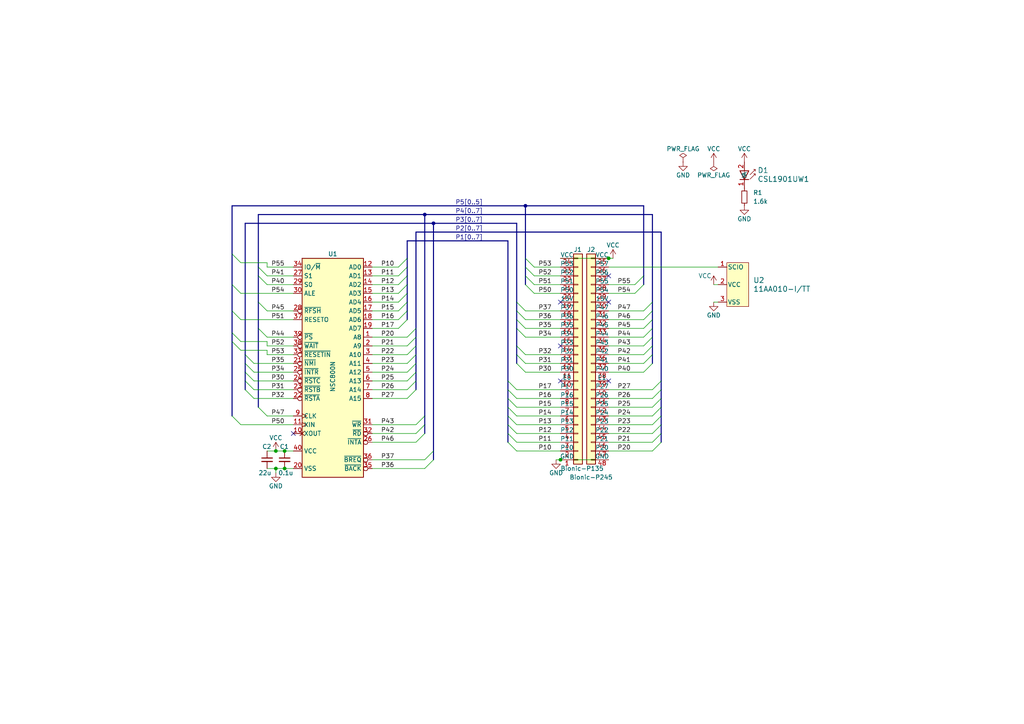
<source format=kicad_sch>
(kicad_sch (version 20231120) (generator "eeschema") (generator_version "8.0")
  (paper "A4")
  (title_block (title "BionicNSC800") (date "2024-11-02") (rev "3") (company "Tadashi G. Takaoka"))
  (lib_symbols
    (symbol "0-LocalLibrary:11AA010-I_TT" (pin_names (offset 0.254))
      (property "Reference" "U" (at 2.54 1.27 0))
      (property "Value" "11AA010-I/TT" (at 3.81 -13.97 0))
      (symbol "11AA010-I_TT_1_1"
        (rectangle (start 0 0) (end 6.35 -12.7) (fill (type background)))
        (pin bidirectional line (at -2.54 -1.27 0) (length 2.54) (name "SCIO") (number "1"))
        (pin power_in line (at -2.54 -6.35 0) (length 2.54) (name "VCC") (number "2"))
        (pin power_in line (at -2.54 -11.43 0) (length 2.54) (name "VSS") (number "3"))
      )
    )
    (symbol "0-LocalLibrary:Bionic-P135" (pin_names (offset 0))
      (property "Reference" "J" (at 0 30.48 0))
      (property "Value" "Bionic-P135" (at -1.27 -33.02 0))
      (symbol "Bionic-P135_1_1"
        (rectangle (start 0 -30.353) (end -1.27 -30.607) (stroke (width 0.1524)))
        (rectangle (start 0 -27.813) (end -1.27 -28.067) (stroke (width 0.1524)))
        (rectangle (start 0 -25.273) (end -1.27 -25.527) (stroke (width 0.1524)))
        (rectangle (start 0 -22.733) (end -1.27 -22.987) (stroke (width 0.1524)))
        (rectangle (start 0 -20.193) (end -1.27 -20.447) (stroke (width 0.1524)))
        (rectangle (start 0 -17.653) (end -1.27 -17.907) (stroke (width 0.1524)))
        (rectangle (start 0 -15.113) (end -1.27 -15.367) (stroke (width 0.1524)))
        (rectangle (start 0 -12.573) (end -1.27 -12.827) (stroke (width 0.1524)))
        (rectangle (start 0 -10.033) (end -1.27 -10.287) (stroke (width 0.1524)))
        (rectangle (start 0 -7.493) (end -1.27 -7.747) (stroke (width 0.1524)))
        (rectangle (start 0 -4.953) (end -1.27 -5.207) (stroke (width 0.1524)))
        (rectangle (start 0 -2.413) (end -1.27 -2.667) (stroke (width 0.1524)))
        (rectangle (start 0 0.127) (end -1.27 -0.127) (stroke (width 0.1524)))
        (rectangle (start 0 2.667) (end -1.27 2.413) (stroke (width 0.1524)))
        (rectangle (start 0 5.207) (end -1.27 4.953) (stroke (width 0.1524)))
        (rectangle (start 0 7.747) (end -1.27 7.493) (stroke (width 0.1524)))
        (rectangle (start 0 10.287) (end -1.27 10.033) (stroke (width 0.1524)))
        (rectangle (start 0 12.827) (end -1.27 12.573) (stroke (width 0.1524)))
        (rectangle (start 0 15.367) (end -1.27 15.113) (stroke (width 0.1524)))
        (rectangle (start 0 17.907) (end -1.27 17.653) (stroke (width 0.1524)))
        (rectangle (start 0 20.447) (end -1.27 20.193) (stroke (width 0.1524)))
        (rectangle (start 0 22.987) (end -1.27 22.733) (stroke (width 0.1524)))
        (rectangle (start 0 25.527) (end -1.27 25.273) (stroke (width 0.1524)))
        (rectangle (start 0 28.067) (end -1.27 27.813) (stroke (width 0.1524)))
        (rectangle (start 1.27 29.21) (end -1.27 -31.75) (stroke (width 0.254)) (fill (type background)))
        (pin power_in line (at -5.08 -30.48 0) (length 3.81) (name "GND") (number "1"))
        (pin bidirectional line (at -5.08 -7.62 0) (length 3.81) (name "E0") (number "10"))
        (pin bidirectional line (at -5.08 -5.08 0) (length 3.81) (name "P30") (number "11"))
        (pin bidirectional line (at -5.08 -2.54 0) (length 3.81) (name "P31") (number "12"))
        (pin bidirectional line (at -5.08 0 0) (length 3.81) (name "P32") (number "13"))
        (pin bidirectional line (at -5.08 2.54 0) (length 3.81) (name "P33") (number "14"))
        (pin bidirectional line (at -5.08 5.08 0) (length 3.81) (name "P34") (number "15"))
        (pin bidirectional line (at -5.08 7.62 0) (length 3.81) (name "P35") (number "16"))
        (pin bidirectional line (at -5.08 10.16 0) (length 3.81) (name "P36") (number "17"))
        (pin bidirectional line (at -5.08 12.7 0) (length 3.81) (name "P37") (number "18"))
        (pin power_in line (at -5.08 15.24 0) (length 3.81) (name "15V") (number "19"))
        (pin bidirectional line (at -5.08 -27.94 0) (length 3.81) (name "P10") (number "2"))
        (pin bidirectional line (at -5.08 17.78 0) (length 3.81) (name "P50") (number "20"))
        (pin bidirectional line (at -5.08 20.32 0) (length 3.81) (name "P51") (number "21"))
        (pin bidirectional line (at -5.08 22.86 0) (length 3.81) (name "P52") (number "22"))
        (pin bidirectional line (at -5.08 25.4 0) (length 3.81) (name "P53") (number "23"))
        (pin power_in line (at -5.08 27.94 0) (length 3.81) (name "VCC") (number "24"))
        (pin bidirectional line (at -5.08 -25.4 0) (length 3.81) (name "P11") (number "3"))
        (pin bidirectional line (at -5.08 -22.86 0) (length 3.81) (name "P12") (number "4"))
        (pin bidirectional line (at -5.08 -20.32 0) (length 3.81) (name "P13") (number "5"))
        (pin bidirectional line (at -5.08 -17.78 0) (length 3.81) (name "P14") (number "6"))
        (pin bidirectional line (at -5.08 -15.24 0) (length 3.81) (name "P15") (number "7"))
        (pin bidirectional line (at -5.08 -12.7 0) (length 3.81) (name "P16") (number "8"))
        (pin bidirectional line (at -5.08 -10.16 0) (length 3.81) (name "P17") (number "9"))
      )
    )
    (symbol "0-LocalLibrary:Bionic-P245" (pin_names (offset 0))
      (property "Reference" "J" (at -3.81 30.48 0))
      (property "Value" "Bionic-P245" (at -1.27 -33.02 0))
      (symbol "Bionic-P245_1_1"
        (rectangle (start -2.54 -30.607) (end -3.81 -30.353) (stroke (width 0.1524)))
        (rectangle (start -2.54 -28.067) (end -3.81 -27.813) (stroke (width 0.1524)))
        (rectangle (start -2.54 -25.527) (end -3.81 -25.273) (stroke (width 0.1524)))
        (rectangle (start -2.54 -22.987) (end -3.81 -22.733) (stroke (width 0.1524)))
        (rectangle (start -2.54 -20.447) (end -3.81 -20.193) (stroke (width 0.1524)))
        (rectangle (start -2.54 -17.907) (end -3.81 -17.653) (stroke (width 0.1524)))
        (rectangle (start -2.54 -15.367) (end -3.81 -15.113) (stroke (width 0.1524)))
        (rectangle (start -2.54 -12.827) (end -3.81 -12.573) (stroke (width 0.1524)))
        (rectangle (start -2.54 -10.287) (end -3.81 -10.033) (stroke (width 0.1524)))
        (rectangle (start -2.54 -7.747) (end -3.81 -7.493) (stroke (width 0.1524)))
        (rectangle (start -2.54 -5.207) (end -3.81 -4.953) (stroke (width 0.1524)))
        (rectangle (start -2.54 -2.667) (end -3.81 -2.413) (stroke (width 0.1524)))
        (rectangle (start -2.54 -0.127) (end -3.81 0.127) (stroke (width 0.1524)))
        (rectangle (start -2.54 2.413) (end -3.81 2.667) (stroke (width 0.1524)))
        (rectangle (start -2.54 4.953) (end -3.81 5.207) (stroke (width 0.1524)))
        (rectangle (start -2.54 7.493) (end -3.81 7.747) (stroke (width 0.1524)))
        (rectangle (start -2.54 10.033) (end -3.81 10.287) (stroke (width 0.1524)))
        (rectangle (start -2.54 12.573) (end -3.81 12.827) (stroke (width 0.1524)))
        (rectangle (start -2.54 15.113) (end -3.81 15.367) (stroke (width 0.1524)))
        (rectangle (start -2.54 17.653) (end -3.81 17.907) (stroke (width 0.1524)))
        (rectangle (start -2.54 20.193) (end -3.81 20.447) (stroke (width 0.1524)))
        (rectangle (start -2.54 22.733) (end -3.81 22.987) (stroke (width 0.1524)))
        (rectangle (start -2.54 25.273) (end -3.81 25.527) (stroke (width 0.1524)))
        (rectangle (start -2.54 27.813) (end -3.81 28.067) (stroke (width 0.1524)))
        (rectangle (start -2.54 29.21) (end -5.08 -31.75) (stroke (width 0.254)) (fill (type background)))
        (pin power_in line (at 1.27 27.94 180) (length 3.81) (name "VCC") (number "25"))
        (pin bidirectional line (at 1.27 25.4 180) (length 3.81) (name "P57") (number "26"))
        (pin bidirectional line (at 1.27 22.86 180) (length 3.81) (name "P56") (number "27"))
        (pin bidirectional line (at 1.27 20.32 180) (length 3.81) (name "P55") (number "28"))
        (pin bidirectional line (at 1.27 17.78 180) (length 3.81) (name "P54") (number "29"))
        (pin power_in line (at 1.27 15.24 180) (length 3.81) (name "15V") (number "30"))
        (pin bidirectional line (at 1.27 12.7 180) (length 3.81) (name "P47") (number "31"))
        (pin bidirectional line (at 1.27 10.16 180) (length 3.81) (name "P46") (number "32"))
        (pin bidirectional line (at 1.27 7.62 180) (length 3.81) (name "P45") (number "33"))
        (pin bidirectional line (at 1.27 5.08 180) (length 3.81) (name "P44") (number "34"))
        (pin bidirectional line (at 1.27 2.54 180) (length 3.81) (name "P43") (number "35"))
        (pin bidirectional line (at 1.27 0 180) (length 3.81) (name "P42") (number "36"))
        (pin bidirectional line (at 1.27 -2.54 180) (length 3.81) (name "P41") (number "37"))
        (pin bidirectional line (at 1.27 -5.08 180) (length 3.81) (name "P40") (number "38"))
        (pin bidirectional line (at 1.27 -7.62 180) (length 3.81) (name "E1") (number "39"))
        (pin bidirectional line (at 1.27 -10.16 180) (length 3.81) (name "P27") (number "40"))
        (pin bidirectional line (at 1.27 -12.7 180) (length 3.81) (name "P26") (number "41"))
        (pin bidirectional line (at 1.27 -15.24 180) (length 3.81) (name "P25") (number "42"))
        (pin bidirectional line (at 1.27 -17.78 180) (length 3.81) (name "P24") (number "43"))
        (pin bidirectional line (at 1.27 -20.32 180) (length 3.81) (name "P23") (number "44"))
        (pin bidirectional line (at 1.27 -22.86 180) (length 3.81) (name "P22") (number "45"))
        (pin bidirectional line (at 1.27 -25.4 180) (length 3.81) (name "P21") (number "46"))
        (pin bidirectional line (at 1.27 -27.94 180) (length 3.81) (name "P20") (number "47"))
        (pin power_in line (at 1.27 -30.48 180) (length 3.81) (name "GND") (number "48"))
      )
    )
    (symbol "0-LocalLibrary:CSL1901UW1" (pin_names (offset 0.254))
      (property "Reference" "D" (at 3.81 -2.54 0))
      (property "Value" "CSL1901UW1" (at 3.81 -5.08 0))
      (symbol "CSL1901UW1_0_1"
        (polyline (pts (xy 2.159 3.175) (xy 2.667 3.175)))
        (polyline (pts (xy 2.54 0) (xy 5.08 0)))
        (polyline (pts (xy 5.08 1.27) (xy 5.08 -1.27)) (stroke (width 0.254)))
        (polyline (pts (xy 3.683 1.651) (xy 2.159 3.175) (xy 2.159 2.667)))
        (polyline (pts (xy 2.54 -1.27) (xy 5.08 0) (xy 2.54 1.27) (xy 2.54 -1.27)) (stroke (width 0.254)))
        (polyline (pts (xy 4.953 1.651) (xy 3.429 3.175) (xy 3.429 2.667) (xy 3.429 3.175) (xy 3.937 3.175)))
      )
      (symbol "CSL1901UW1_1_1"
        (pin passive line (at 7.62 0 180) (length 2.54) (name "K") (number "1"))
        (pin passive line (at 0 0 0) (length 2.54) (name "A") (number "2"))
      )
      (symbol "CSL1901UW1_1_2"
        (polyline (pts (xy -5.08 7.62) (xy -4.445 8.255)) (stroke (width 0.2032)))
        (polyline (pts (xy -5.08 8.255) (xy -5.08 7.62)) (stroke (width 0.2032)))
        (polyline (pts (xy -4.445 6.35) (xy -3.81 6.985)) (stroke (width 0.2032)))
        (polyline (pts (xy -4.445 8.255) (xy -5.08 8.255)) (stroke (width 0.2032)))
        (polyline (pts (xy -4.445 9.525) (xy -3.81 10.16)) (stroke (width 0.2032)))
        (polyline (pts (xy -4.445 10.16) (xy -4.445 9.525)) (stroke (width 0.2032)))
        (polyline (pts (xy -3.81 6.985) (xy -5.08 8.255)) (stroke (width 0.2032)))
        (polyline (pts (xy -3.81 8.255) (xy -3.175 8.89)) (stroke (width 0.2032)))
        (polyline (pts (xy -3.81 10.16) (xy -4.445 10.16)) (stroke (width 0.2032)))
        (polyline (pts (xy -3.175 5.08) (xy -4.445 6.35)) (stroke (width 0.2032)))
        (polyline (pts (xy -3.175 8.89) (xy -4.445 10.16)) (stroke (width 0.2032)))
        (polyline (pts (xy -2.54 6.985) (xy -3.81 8.255)) (stroke (width 0.2032)))
        (polyline (pts (xy -1.905 3.81) (xy 1.905 3.81)) (stroke (width 0.2032)))
        (polyline (pts (xy 0 2.54) (xy 0 3.4798)) (stroke (width 0.2032)))
        (polyline (pts (xy 0 3.175) (xy 0 3.81)) (stroke (width 0.2032)))
        (polyline (pts (xy 0 6.35) (xy -1.905 3.81)) (stroke (width 0.2032)))
        (polyline (pts (xy 0 6.35) (xy 0 7.62)) (stroke (width 0.2032)))
        (polyline (pts (xy 1.905 3.81) (xy 0 6.35)) (stroke (width 0.2032)))
        (polyline (pts (xy 1.905 6.35) (xy -1.905 6.35)) (stroke (width 0.2032)))
        (pin unspecified line (at 0 10.16 270) (length 2.54) (name "") (number "1"))
        (pin unspecified line (at 0 0 90) (length 2.54) (name "") (number "2"))
      )
    )
    (symbol "0-LocalLibrary:NSC800N"
      (property "Reference" "U" (at -1.27 31.75 0))
      (property "Value" "NSC800N" (at 0 -3.81 90))
      (symbol "NSC800N_0_1"
        (rectangle (start -8.89 -33.02) (end 8.89 30.48) (stroke (width 0.254)) (fill (type background)))
      )
      (symbol "NSC800N_1_1"
        (pin output line (at 11.43 7.62 180) (length 2.54) (name "A8") (number "1"))
        (pin input non_logic (at -11.43 -20.32 0) (length 2.54) (name "XOUT") (number "10"))
        (pin input clock (at -11.43 -17.78 0) (length 2.54) (name "XIN") (number "11"))
        (pin bidirectional line (at 11.43 27.94 180) (length 2.54) (name "AD0") (number "12"))
        (pin bidirectional line (at 11.43 25.4 180) (length 2.54) (name "AD1") (number "13"))
        (pin bidirectional line (at 11.43 22.86 180) (length 2.54) (name "AD2") (number "14"))
        (pin bidirectional line (at 11.43 20.32 180) (length 2.54) (name "AD3") (number "15"))
        (pin bidirectional line (at 11.43 17.78 180) (length 2.54) (name "AD4") (number "16"))
        (pin bidirectional line (at 11.43 15.24 180) (length 2.54) (name "AD5") (number "17"))
        (pin bidirectional line (at 11.43 12.7 180) (length 2.54) (name "AD6") (number "18"))
        (pin bidirectional line (at 11.43 10.16 180) (length 2.54) (name "AD7") (number "19"))
        (pin output line (at 11.43 5.08 180) (length 2.54) (name "A9") (number "2"))
        (pin power_in line (at -11.43 -30.48 0) (length 2.54) (name "VSS") (number "20"))
        (pin input inverted (at -11.43 0 0) (length 2.54) (name "~{NMI}") (number "21"))
        (pin input inverted (at -11.43 -10.16 0) (length 2.54) (name "~{RSTA}") (number "22"))
        (pin input inverted (at -11.43 -7.62 0) (length 2.54) (name "~{RSTB}") (number "23"))
        (pin input inverted (at -11.43 -5.08 0) (length 2.54) (name "~{RSTC}") (number "24"))
        (pin input inverted (at -11.43 -2.54 0) (length 2.54) (name "~{INTR}") (number "25"))
        (pin output inverted (at 11.43 -22.86 180) (length 2.54) (name "~{INTA}") (number "26"))
        (pin output line (at -11.43 25.4 0) (length 2.54) (name "S1") (number "27"))
        (pin output inverted (at -11.43 15.24 0) (length 2.54) (name "~{RFSH}") (number "28"))
        (pin output line (at -11.43 22.86 0) (length 2.54) (name "S0") (number "29"))
        (pin output line (at 11.43 2.54 180) (length 2.54) (name "A10") (number "3"))
        (pin output line (at -11.43 20.32 0) (length 2.54) (name "ALE") (number "30"))
        (pin output line (at 11.43 -17.78 180) (length 2.54) (name "~{WR}") (number "31"))
        (pin output inverted (at 11.43 -20.32 180) (length 2.54) (name "~{RD}") (number "32"))
        (pin input inverted (at -11.43 2.54 0) (length 2.54) (name "~{RESETIN}") (number "33"))
        (pin output line (at -11.43 27.94 0) (length 2.54) (name "IO/~{M}") (number "34"))
        (pin output inverted (at 11.43 -30.48 180) (length 2.54) (name "~{BACK}") (number "35"))
        (pin input inverted (at 11.43 -27.94 180) (length 2.54) (name "~{BREQ}") (number "36"))
        (pin output line (at -11.43 12.7 0) (length 2.54) (name "RESETO") (number "37"))
        (pin input inverted (at -11.43 5.08 0) (length 2.54) (name "~{WAIT}") (number "38"))
        (pin input inverted (at -11.43 7.62 0) (length 2.54) (name "~{PS}") (number "39"))
        (pin output line (at 11.43 0 180) (length 2.54) (name "A11") (number "4"))
        (pin power_in line (at -11.43 -25.4 0) (length 2.54) (name "VCC") (number "40"))
        (pin output line (at 11.43 -2.54 180) (length 2.54) (name "A12") (number "5"))
        (pin output line (at 11.43 -5.08 180) (length 2.54) (name "A13") (number "6"))
        (pin output line (at 11.43 -7.62 180) (length 2.54) (name "A14") (number "7"))
        (pin output line (at 11.43 -10.16 180) (length 2.54) (name "A15") (number "8"))
        (pin output clock (at -11.43 -15.24 0) (length 2.54) (name "CLK") (number "9"))
      )
    )
    (symbol "Device:C_Small" (pin_numbers hide) (pin_names (offset 0.254) hide)
      (property "Reference" "C" (at 0.254 1.778 0))
      (property "Value" "C_Small" (at 0.254 -2.032 0))
      (symbol "C_Small_0_1"
        (polyline (pts (xy -1.524 -0.508) (xy 1.524 -0.508)) (stroke (width 0.3302)))
        (polyline (pts (xy -1.524 0.508) (xy 1.524 0.508)) (stroke (width 0.3048)))
      )
      (symbol "C_Small_1_1"
        (pin passive line (at 0 2.54 270) (length 2.032) (name "~") (number "1"))
        (pin passive line (at 0 -2.54 90) (length 2.032) (name "~") (number "2"))
      )
    )
    (symbol "Device:R_Small" (pin_numbers hide) (pin_names (offset 0.254) hide)
      (property "Reference" "R" (at 0.762 0.508 0))
      (property "Value" "R_Small" (at 0.762 -1.016 0))
      (symbol "R_Small_0_1"
        (rectangle (start -0.762 1.778) (end 0.762 -1.778) (stroke (width 0.2032)))
      )
      (symbol "R_Small_1_1"
        (pin passive line (at 0 2.54 270) (length 0.762) (name "~") (number "1"))
        (pin passive line (at 0 -2.54 90) (length 0.762) (name "~") (number "2"))
      )
    )
    (symbol "power:GND" (power) (pin_names (offset 0))
      (property "Value" "GND" (at 0 -3.81 0))
      (symbol "GND_0_1"
        (polyline (pts (xy 0 0) (xy 0 -1.27) (xy 1.27 -1.27) (xy 0 -2.54) (xy -1.27 -1.27) (xy 0 -1.27)))
      )
      (symbol "GND_1_1"
        (pin power_in line (at 0 0 270) (length 0) hide (name "GND") (number "1"))
      )
    )
    (symbol "power:PWR_FLAG" (power) (pin_numbers hide) (pin_names (offset 0) hide)
      (property "Value" "PWR_FLAG" (at 0 3.81 0))
      (symbol "PWR_FLAG_0_0"
        (pin power_out line (at 0 0 90) (length 0) (name "pwr") (number "1"))
      )
      (symbol "PWR_FLAG_0_1"
        (polyline (pts (xy 0 0) (xy 0 1.27) (xy -1.016 1.905) (xy 0 2.54) (xy 1.016 1.905) (xy 0 1.27)))
      )
    )
    (symbol "power:VCC" (power) (pin_names (offset 0))
      (property "Value" "VCC" (at 0 3.81 0))
      (symbol "VCC_0_1"
        (polyline (pts (xy -0.762 1.27) (xy 0 2.54)))
        (polyline (pts (xy 0 0) (xy 0 2.54)))
        (polyline (pts (xy 0 2.54) (xy 0.762 1.27)))
      )
      (symbol "VCC_1_1"
        (pin power_in line (at 0 0 90) (length 0) hide (name "VCC") (number "1"))
      )
    )
  )
  (junction (at 80.01 130.81))
  (junction (at 125.73 64.77))
  (junction (at 82.55 130.81))
  (junction (at 152.4 59.69))
  (junction (at 123.19 62.23))
  (junction (at 176.53 74.93))
  (junction (at 80.01 135.89))
  (junction (at 82.55 135.89))
  (junction (at 162.56 133.35))
  (no_connect (at 176.53 87.63))
  (no_connect (at 162.56 110.49))
  (no_connect (at 162.56 87.63))
  (no_connect (at 176.53 80.01))
  (no_connect (at 176.53 110.49))
  (no_connect (at 162.56 100.33))
  (no_connect (at 85.09 125.73))
  (bus_entry (at 189.23 92.71) (size -2.54 2.54))
  (bus_entry (at 118.11 77.47) (size -2.54 2.54))
  (bus_entry (at 191.77 128.27) (size -2.54 2.54))
  (bus_entry (at 189.23 102.87) (size -2.54 2.54))
  (bus_entry (at 67.31 96.52) (size 2.54 2.54))
  (bus_entry (at 147.32 113.03) (size 2.54 2.54))
  (bus_entry (at 189.23 105.41) (size -2.54 2.54))
  (bus_entry (at 71.12 113.03) (size 2.54 2.54))
  (bus_entry (at 191.77 125.73) (size -2.54 2.54))
  (bus_entry (at 189.23 97.79) (size -2.54 2.54))
  (bus_entry (at 120.65 102.87) (size -2.54 2.54))
  (bus_entry (at 120.65 95.25) (size -2.54 2.54))
  (bus_entry (at 74.93 87.63) (size 2.54 2.54))
  (bus_entry (at 152.4 82.55) (size 2.54 2.54))
  (bus_entry (at 189.23 95.25) (size -2.54 2.54))
  (bus_entry (at 149.86 95.25) (size 2.54 2.54))
  (bus_entry (at 152.4 77.47) (size 2.54 2.54))
  (bus_entry (at 125.73 133.35) (size -2.54 2.54))
  (bus_entry (at 186.69 82.55) (size -2.54 2.54))
  (bus_entry (at 67.31 120.65) (size 2.54 2.54))
  (bus_entry (at 118.11 92.71) (size -2.54 2.54))
  (bus_entry (at 147.32 123.19) (size 2.54 2.54))
  (bus_entry (at 191.77 113.03) (size -2.54 2.54))
  (bus_entry (at 120.65 113.03) (size -2.54 2.54))
  (bus_entry (at 147.32 115.57) (size 2.54 2.54))
  (bus_entry (at 125.73 130.81) (size -2.54 2.54))
  (bus_entry (at 71.12 102.87) (size 2.54 2.54))
  (bus_entry (at 123.19 125.73) (size -2.54 2.54))
  (bus_entry (at 74.93 80.01) (size 2.54 2.54))
  (bus_entry (at 189.23 90.17) (size -2.54 2.54))
  (bus_entry (at 67.31 73.66) (size 2.54 2.54))
  (bus_entry (at 118.11 85.09) (size -2.54 2.54))
  (bus_entry (at 149.86 90.17) (size 2.54 2.54))
  (bus_entry (at 118.11 80.01) (size -2.54 2.54))
  (bus_entry (at 191.77 115.57) (size -2.54 2.54))
  (bus_entry (at 147.32 125.73) (size 2.54 2.54))
  (bus_entry (at 123.19 123.19) (size -2.54 2.54))
  (bus_entry (at 186.69 80.01) (size -2.54 2.54))
  (bus_entry (at 120.65 100.33) (size -2.54 2.54))
  (bus_entry (at 149.86 92.71) (size 2.54 2.54))
  (bus_entry (at 147.32 118.11) (size 2.54 2.54))
  (bus_entry (at 67.31 99.06) (size 2.54 2.54))
  (bus_entry (at 189.23 100.33) (size -2.54 2.54))
  (bus_entry (at 191.77 123.19) (size -2.54 2.54))
  (bus_entry (at 189.23 87.63) (size -2.54 2.54))
  (bus_entry (at 71.12 110.49) (size 2.54 2.54))
  (bus_entry (at 149.86 100.33) (size 2.54 2.54))
  (bus_entry (at 152.4 80.01) (size 2.54 2.54))
  (bus_entry (at 118.11 82.55) (size -2.54 2.54))
  (bus_entry (at 67.31 90.17) (size 2.54 2.54))
  (bus_entry (at 149.86 102.87) (size 2.54 2.54))
  (bus_entry (at 120.65 107.95) (size -2.54 2.54))
  (bus_entry (at 74.93 118.11) (size 2.54 2.54))
  (bus_entry (at 191.77 118.11) (size -2.54 2.54))
  (bus_entry (at 120.65 110.49) (size -2.54 2.54))
  (bus_entry (at 71.12 107.95) (size 2.54 2.54))
  (bus_entry (at 147.32 110.49) (size 2.54 2.54))
  (bus_entry (at 74.93 95.25) (size 2.54 2.54))
  (bus_entry (at 71.12 105.41) (size 2.54 2.54))
  (bus_entry (at 67.31 82.55) (size 2.54 2.54))
  (bus_entry (at 147.32 128.27) (size 2.54 2.54))
  (bus_entry (at 120.65 97.79) (size -2.54 2.54))
  (bus_entry (at 191.77 120.65) (size -2.54 2.54))
  (bus_entry (at 118.11 90.17) (size -2.54 2.54))
  (bus_entry (at 152.4 74.93) (size 2.54 2.54))
  (bus_entry (at 147.32 120.65) (size 2.54 2.54))
  (bus_entry (at 120.65 105.41) (size -2.54 2.54))
  (bus_entry (at 118.11 87.63) (size -2.54 2.54))
  (bus_entry (at 118.11 74.93) (size -2.54 2.54))
  (bus_entry (at 74.93 77.47) (size 2.54 2.54))
  (bus_entry (at 149.86 87.63) (size 2.54 2.54))
  (bus_entry (at 149.86 105.41) (size 2.54 2.54))
  (bus_entry (at 191.77 110.49) (size -2.54 2.54))
  (bus_entry (at 123.19 120.65) (size -2.54 2.54))
  (bus (pts (xy 189.23 105.41) (xy 189.23 102.87)))
  (bus (pts (xy 147.32 113.03) (xy 147.32 115.57)))
  (bus (pts (xy 118.11 69.85) (xy 147.32 69.85)))
  (wire (pts (xy 77.47 82.55) (xy 85.09 82.55)))
  (bus (pts (xy 147.32 120.65) (xy 147.32 123.19)))
  (wire (pts (xy 149.86 123.19) (xy 162.56 123.19)))
  (wire (pts (xy 176.53 105.41) (xy 186.69 105.41)))
  (wire (pts (xy 107.95 135.89) (xy 123.19 135.89)))
  (wire (pts (xy 149.86 130.81) (xy 162.56 130.81)))
  (bus (pts (xy 67.31 120.65) (xy 67.31 99.06)))
  (wire (pts (xy 77.47 100.33) (xy 85.09 100.33)))
  (bus (pts (xy 149.86 87.63) (xy 149.86 64.77)))
  (bus (pts (xy 120.65 102.87) (xy 120.65 100.33)))
  (bus (pts (xy 74.93 77.47) (xy 74.93 62.23)))
  (bus (pts (xy 147.32 115.57) (xy 147.32 118.11)))
  (bus (pts (xy 67.31 59.69) (xy 152.4 59.69)))
  (bus (pts (xy 118.11 77.47) (xy 118.11 74.93)))
  (bus (pts (xy 152.4 59.69) (xy 152.4 74.93)))
  (wire (pts (xy 207.01 82.55) (xy 208.28 82.55)))
  (wire (pts (xy 176.53 123.19) (xy 189.23 123.19)))
  (wire (pts (xy 152.4 102.87) (xy 162.56 102.87)))
  (wire (pts (xy 107.95 110.49) (xy 118.11 110.49)))
  (wire (pts (xy 152.4 95.25) (xy 162.56 95.25)))
  (bus (pts (xy 147.32 125.73) (xy 147.32 128.27)))
  (bus (pts (xy 120.65 95.25) (xy 120.65 67.31)))
  (bus (pts (xy 71.12 64.77) (xy 125.73 64.77)))
  (wire (pts (xy 176.53 115.57) (xy 189.23 115.57)))
  (bus (pts (xy 74.93 95.25) (xy 74.93 87.63)))
  (wire (pts (xy 80.01 135.89) (xy 80.01 137.16)))
  (wire (pts (xy 107.95 115.57) (xy 118.11 115.57)))
  (bus (pts (xy 67.31 73.66) (xy 67.31 59.69)))
  (wire (pts (xy 176.53 130.81) (xy 189.23 130.81)))
  (wire (pts (xy 77.47 77.47) (xy 77.47 76.2)))
  (wire (pts (xy 77.47 80.01) (xy 85.09 80.01)))
  (bus (pts (xy 67.31 90.17) (xy 67.31 82.55)))
  (bus (pts (xy 147.32 118.11) (xy 147.32 120.65)))
  (bus (pts (xy 74.93 62.23) (xy 123.19 62.23)))
  (bus (pts (xy 189.23 92.71) (xy 189.23 90.17)))
  (wire (pts (xy 149.86 120.65) (xy 162.56 120.65)))
  (bus (pts (xy 120.65 100.33) (xy 120.65 97.79)))
  (bus (pts (xy 125.73 130.81) (xy 125.73 133.35)))
  (wire (pts (xy 107.95 102.87) (xy 118.11 102.87)))
  (wire (pts (xy 176.53 82.55) (xy 184.15 82.55)))
  (wire (pts (xy 73.66 105.41) (xy 85.09 105.41)))
  (wire (pts (xy 107.95 80.01) (xy 115.57 80.01)))
  (bus (pts (xy 123.19 120.65) (xy 123.19 123.19)))
  (wire (pts (xy 149.86 113.03) (xy 162.56 113.03)))
  (wire (pts (xy 176.53 85.09) (xy 184.15 85.09)))
  (bus (pts (xy 120.65 110.49) (xy 120.65 107.95)))
  (wire (pts (xy 107.95 90.17) (xy 115.57 90.17)))
  (wire (pts (xy 162.56 74.93) (xy 176.53 74.93)))
  (wire (pts (xy 107.95 125.73) (xy 120.65 125.73)))
  (wire (pts (xy 69.85 101.6) (xy 77.47 101.6)))
  (wire (pts (xy 176.53 97.79) (xy 186.69 97.79)))
  (wire (pts (xy 107.95 95.25) (xy 115.57 95.25)))
  (bus (pts (xy 118.11 80.01) (xy 118.11 77.47)))
  (wire (pts (xy 77.47 97.79) (xy 85.09 97.79)))
  (wire (pts (xy 85.09 77.47) (xy 77.47 77.47)))
  (wire (pts (xy 73.66 110.49) (xy 85.09 110.49)))
  (wire (pts (xy 176.53 128.27) (xy 189.23 128.27)))
  (wire (pts (xy 107.95 82.55) (xy 115.57 82.55)))
  (bus (pts (xy 191.77 118.11) (xy 191.77 120.65)))
  (wire (pts (xy 107.95 105.41) (xy 118.11 105.41)))
  (bus (pts (xy 71.12 107.95) (xy 71.12 105.41)))
  (wire (pts (xy 176.53 125.73) (xy 189.23 125.73)))
  (wire (pts (xy 176.53 118.11) (xy 189.23 118.11)))
  (wire (pts (xy 73.66 107.95) (xy 85.09 107.95)))
  (bus (pts (xy 189.23 62.23) (xy 123.19 62.23)))
  (bus (pts (xy 189.23 95.25) (xy 189.23 92.71)))
  (bus (pts (xy 74.93 80.01) (xy 74.93 77.47)))
  (wire (pts (xy 80.01 135.89) (xy 82.55 135.89)))
  (wire (pts (xy 107.95 85.09) (xy 115.57 85.09)))
  (bus (pts (xy 152.4 80.01) (xy 152.4 82.55)))
  (wire (pts (xy 107.95 133.35) (xy 123.19 133.35)))
  (wire (pts (xy 154.94 82.55) (xy 162.56 82.55)))
  (bus (pts (xy 74.93 87.63) (xy 74.93 80.01)))
  (wire (pts (xy 176.53 74.93) (xy 177.8 74.93)))
  (wire (pts (xy 176.53 120.65) (xy 189.23 120.65)))
  (bus (pts (xy 120.65 113.03) (xy 120.65 110.49)))
  (wire (pts (xy 176.53 77.47) (xy 208.28 77.47)))
  (bus (pts (xy 191.77 110.49) (xy 191.77 113.03)))
  (wire (pts (xy 82.55 135.89) (xy 85.09 135.89)))
  (bus (pts (xy 191.77 113.03) (xy 191.77 115.57)))
  (wire (pts (xy 176.53 100.33) (xy 186.69 100.33)))
  (wire (pts (xy 152.4 97.79) (xy 162.56 97.79)))
  (bus (pts (xy 118.11 74.93) (xy 118.11 69.85)))
  (wire (pts (xy 152.4 105.41) (xy 162.56 105.41)))
  (bus (pts (xy 189.23 87.63) (xy 189.23 62.23)))
  (bus (pts (xy 67.31 96.52) (xy 67.31 90.17)))
  (wire (pts (xy 149.86 125.73) (xy 162.56 125.73)))
  (wire (pts (xy 176.53 92.71) (xy 186.69 92.71)))
  (wire (pts (xy 107.95 100.33) (xy 118.11 100.33)))
  (wire (pts (xy 69.85 99.06) (xy 77.47 99.06)))
  (bus (pts (xy 147.32 110.49) (xy 147.32 113.03)))
  (wire (pts (xy 73.66 113.03) (xy 85.09 113.03)))
  (wire (pts (xy 149.86 128.27) (xy 162.56 128.27)))
  (bus (pts (xy 71.12 113.03) (xy 71.12 110.49)))
  (wire (pts (xy 80.01 130.81) (xy 82.55 130.81)))
  (wire (pts (xy 149.86 115.57) (xy 162.56 115.57)))
  (bus (pts (xy 118.11 82.55) (xy 118.11 80.01)))
  (wire (pts (xy 161.29 133.35) (xy 162.56 133.35)))
  (wire (pts (xy 176.53 90.17) (xy 186.69 90.17)))
  (bus (pts (xy 118.11 90.17) (xy 118.11 87.63)))
  (bus (pts (xy 186.69 59.69) (xy 152.4 59.69)))
  (bus (pts (xy 186.69 80.01) (xy 186.69 59.69)))
  (wire (pts (xy 107.95 123.19) (xy 120.65 123.19)))
  (wire (pts (xy 107.95 87.63) (xy 115.57 87.63)))
  (bus (pts (xy 152.4 77.47) (xy 152.4 80.01)))
  (bus (pts (xy 189.23 100.33) (xy 189.23 97.79)))
  (wire (pts (xy 207.01 87.63) (xy 208.28 87.63)))
  (bus (pts (xy 191.77 115.57) (xy 191.77 118.11)))
  (wire (pts (xy 152.4 92.71) (xy 162.56 92.71)))
  (bus (pts (xy 149.86 90.17) (xy 149.86 87.63)))
  (wire (pts (xy 154.94 85.09) (xy 162.56 85.09)))
  (bus (pts (xy 123.19 62.23) (xy 123.19 120.65)))
  (bus (pts (xy 125.73 64.77) (xy 125.73 130.81)))
  (wire (pts (xy 176.53 102.87) (xy 186.69 102.87)))
  (bus (pts (xy 186.69 82.55) (xy 186.69 80.01)))
  (wire (pts (xy 77.47 120.65) (xy 85.09 120.65)))
  (wire (pts (xy 77.47 135.89) (xy 80.01 135.89)))
  (wire (pts (xy 69.85 123.19) (xy 85.09 123.19)))
  (bus (pts (xy 191.77 125.73) (xy 191.77 128.27)))
  (bus (pts (xy 149.86 64.77) (xy 125.73 64.77)))
  (wire (pts (xy 176.53 107.95) (xy 186.69 107.95)))
  (bus (pts (xy 71.12 110.49) (xy 71.12 107.95)))
  (bus (pts (xy 189.23 97.79) (xy 189.23 95.25)))
  (bus (pts (xy 191.77 67.31) (xy 191.77 110.49)))
  (bus (pts (xy 147.32 69.85) (xy 147.32 110.49)))
  (bus (pts (xy 74.93 95.25) (xy 74.93 118.11)))
  (wire (pts (xy 107.95 97.79) (xy 118.11 97.79)))
  (wire (pts (xy 152.4 90.17) (xy 162.56 90.17)))
  (bus (pts (xy 120.65 97.79) (xy 120.65 95.25)))
  (wire (pts (xy 176.53 95.25) (xy 186.69 95.25)))
  (bus (pts (xy 191.77 123.19) (xy 191.77 125.73)))
  (wire (pts (xy 69.85 85.09) (xy 85.09 85.09)))
  (bus (pts (xy 123.19 123.19) (xy 123.19 125.73)))
  (bus (pts (xy 189.23 102.87) (xy 189.23 100.33)))
  (bus (pts (xy 189.23 90.17) (xy 189.23 87.63)))
  (bus (pts (xy 120.65 105.41) (xy 120.65 102.87)))
  (wire (pts (xy 107.95 113.03) (xy 118.11 113.03)))
  (bus (pts (xy 149.86 95.25) (xy 149.86 92.71)))
  (bus (pts (xy 149.86 105.41) (xy 149.86 102.87)))
  (wire (pts (xy 77.47 99.06) (xy 77.47 100.33)))
  (wire (pts (xy 149.86 118.11) (xy 162.56 118.11)))
  (wire (pts (xy 73.66 115.57) (xy 85.09 115.57)))
  (bus (pts (xy 118.11 87.63) (xy 118.11 85.09)))
  (bus (pts (xy 118.11 92.71) (xy 118.11 90.17)))
  (bus (pts (xy 149.86 100.33) (xy 149.86 95.25)))
  (wire (pts (xy 162.56 133.35) (xy 176.53 133.35)))
  (bus (pts (xy 118.11 85.09) (xy 118.11 82.55)))
  (wire (pts (xy 176.53 113.03) (xy 189.23 113.03)))
  (bus (pts (xy 71.12 105.41) (xy 71.12 102.87)))
  (wire (pts (xy 154.94 77.47) (xy 162.56 77.47)))
  (wire (pts (xy 107.95 92.71) (xy 115.57 92.71)))
  (wire (pts (xy 152.4 107.95) (xy 162.56 107.95)))
  (bus (pts (xy 147.32 123.19) (xy 147.32 125.73)))
  (wire (pts (xy 77.47 90.17) (xy 85.09 90.17)))
  (bus (pts (xy 149.86 92.71) (xy 149.86 90.17)))
  (bus (pts (xy 149.86 102.87) (xy 149.86 100.33)))
  (bus (pts (xy 152.4 74.93) (xy 152.4 77.47)))
  (bus (pts (xy 71.12 102.87) (xy 71.12 64.77)))
  (bus (pts (xy 191.77 120.65) (xy 191.77 123.19)))
  (wire (pts (xy 77.47 130.81) (xy 80.01 130.81)))
  (wire (pts (xy 154.94 80.01) (xy 162.56 80.01)))
  (wire (pts (xy 107.95 77.47) (xy 115.57 77.47)))
  (bus (pts (xy 67.31 99.06) (xy 67.31 96.52)))
  (wire (pts (xy 107.95 128.27) (xy 120.65 128.27)))
  (wire (pts (xy 77.47 101.6) (xy 77.47 102.87)))
  (wire (pts (xy 69.85 92.71) (xy 85.09 92.71)))
  (bus (pts (xy 120.65 107.95) (xy 120.65 105.41)))
  (wire (pts (xy 82.55 130.81) (xy 85.09 130.81)))
  (wire (pts (xy 77.47 102.87) (xy 85.09 102.87)))
  (wire (pts (xy 69.85 76.2) (xy 77.47 76.2)))
  (wire (pts (xy 107.95 107.95) (xy 118.11 107.95)))
  (bus (pts (xy 67.31 82.55) (xy 67.31 73.66)))
  (bus (pts (xy 120.65 67.31) (xy 191.77 67.31)))
  (label "P50" (at 160.02 85.09 180))
  (label "P23" (at 110.49 105.41 0))
  (label "P37" (at 110.49 133.35 0))
  (label "P52" (at 82.55 100.33 180))
  (label "P45" (at 82.55 90.17 180))
  (label "P10" (at 110.49 77.47 0))
  (label "P25" (at 110.49 110.49 0))
  (label "P41" (at 82.55 80.01 180))
  (label "P13" (at 160.02 123.19 180))
  (label "P4[0..7]" (at 132.08 62.23 0))
  (label "P43" (at 179.07 100.33 0))
  (label "P34" (at 160.02 97.79 180))
  (label "P50" (at 82.55 123.19 180))
  (label "P43" (at 110.49 123.19 0))
  (label "P55" (at 82.55 77.47 180))
  (label "P54" (at 82.55 85.09 180))
  (label "P2[0..7]" (at 132.08 67.31 0))
  (label "P34" (at 82.55 107.95 180))
  (label "P35" (at 160.02 95.25 180))
  (label "P42" (at 110.49 125.73 0))
  (label "P46" (at 179.07 92.71 0))
  (label "P26" (at 179.07 115.57 0))
  (label "P37" (at 160.02 90.17 180))
  (label "P30" (at 160.02 107.95 180))
  (label "P51" (at 160.02 82.55 180))
  (label "P52" (at 160.02 80.01 180))
  (label "P11" (at 160.02 128.27 180))
  (label "P1[0..7]" (at 132.08 69.85 0))
  (label "P41" (at 179.07 105.41 0))
  (label "P15" (at 160.02 118.11 180))
  (label "P53" (at 82.55 102.87 180))
  (label "P16" (at 110.49 92.71 0))
  (label "P53" (at 160.02 77.47 180))
  (label "P47" (at 82.55 120.65 180))
  (label "P27" (at 110.49 115.57 0))
  (label "P21" (at 179.07 128.27 0))
  (label "P47" (at 179.07 90.17 0))
  (label "P24" (at 179.07 120.65 0))
  (label "P55" (at 179.07 82.55 0))
  (label "P54" (at 179.07 85.09 0))
  (label "P32" (at 160.02 102.87 180))
  (label "P12" (at 160.02 125.73 180))
  (label "P10" (at 160.02 130.81 180))
  (label "P17" (at 110.49 95.25 0))
  (label "P21" (at 110.49 100.33 0))
  (label "P46" (at 110.49 128.27 0))
  (label "P17" (at 160.02 113.03 180))
  (label "P36" (at 160.02 92.71 180))
  (label "P30" (at 82.55 110.49 180))
  (label "P45" (at 179.07 95.25 0))
  (label "P31" (at 160.02 105.41 180))
  (label "P31" (at 82.55 113.03 180))
  (label "P14" (at 110.49 87.63 0))
  (label "P40" (at 82.55 82.55 180))
  (label "P15" (at 110.49 90.17 0))
  (label "P27" (at 179.07 113.03 0))
  (label "P24" (at 110.49 107.95 0))
  (label "P3[0..7]" (at 132.08 64.77 0))
  (label "P23" (at 179.07 123.19 0))
  (label "P20" (at 179.07 130.81 0))
  (label "P42" (at 179.07 102.87 0))
  (label "P22" (at 110.49 102.87 0))
  (label "P12" (at 110.49 82.55 0))
  (label "P14" (at 160.02 120.65 180))
  (label "P44" (at 179.07 97.79 0))
  (label "P13" (at 110.49 85.09 0))
  (label "P32" (at 82.55 115.57 180))
  (label "P11" (at 110.49 80.01 0))
  (label "P20" (at 110.49 97.79 0))
  (label "P25" (at 179.07 118.11 0))
  (label "P36" (at 110.49 135.89 0))
  (label "P44" (at 82.55 97.79 180))
  (label "P22" (at 179.07 125.73 0))
  (label "P40" (at 179.07 107.95 0))
  (label "P35" (at 82.55 105.41 180))
  (label "P16" (at 160.02 115.57 180))
  (label "P26" (at 110.49 113.03 0))
  (label "P51" (at 82.55 92.71 180))
  (label "P5[0..5]" (at 132.08 59.69 0))
  (symbol (lib_id "power:PWR_FLAG") (at 198.12 46.99 0) (unit 1)
    (property "Reference" "#FLG01" (effects (hide yes)))
    (property "Value" "PWR_FLAG" (at 198.12 43.18 0))
  )
  (symbol (lib_id "power:PWR_FLAG") (at 207.01 46.99 180) (unit 1)
    (property "Reference" "#FLG02" (effects (hide yes)))
    (property "Value" "PWR_FLAG" (at 207.01 50.8 0))
  )
  (symbol (lib_id "0-LocalLibrary:Bionic-P245") (at 175.26 102.87 0) (unit 1)
    (property "Reference" "J2" (at 171.45 72.39 0))
    (property "Value" "Bionic-P245" (at 171.45 138.43 0))
    (property "Footprint" "0-LocalLibrary:Bionic-P245_Vertical" (effects (hide yes)))
  )
  (symbol (lib_id "0-LocalLibrary:NSC800N") (at 96.52 105.41 0) (unit 1)
    (property "Reference" "U1" (at 96.52 73.66 0))
    (property "Value" "NSC800N" (at 96.52 109.22 90))
    (property "Footprint" "0-LocalLibrary:DIP-40_W15.24mm_Socket" (effects (hide yes)))
    (property "Datasheet" "https://pdf1.alldatasheet.com/datasheet-pdf/view/9302/NSC/NSC800N.html" (effects (hide yes)))
  )
  (symbol (lib_id "Device:C_Small") (at 82.55 133.35 0) (mirror y) (unit 1)
    (property "Reference" "C1" (at 83.82 129.54 0) (effects (justify left)))
    (property "Value" "0.1u" (at 85.09 137.16 0) (effects (justify left)))
    (property "Footprint" "Capacitor_SMD:C_0603_1608Metric_Pad1.08x0.95mm_HandSolder" (effects (hide yes)))
  )
  (symbol (lib_id "power:GND") (at 198.12 46.99 0) (unit 1)
    (property "Reference" "#PWR01" (effects (hide yes)))
    (property "Value" "GND" (at 198.12 50.8 0))
  )
  (symbol (lib_id "Device:C_Small") (at 77.47 133.35 0) (mirror y) (unit 1)
    (property "Reference" "C2" (at 78.74 129.54 0) (effects (justify left)))
    (property "Value" "22u" (at 78.74 137.16 0) (effects (justify left)))
    (property "Footprint" "Capacitor_SMD:C_0603_1608Metric_Pad1.08x0.95mm_HandSolder" (effects (hide yes)))
  )
  (symbol (lib_id "power:GND") (at 80.01 137.16 0) (unit 1)
    (property "Reference" "#PWR03" (effects (hide yes)))
    (property "Value" "GND" (at 80.01 140.97 0))
  )
  (symbol (lib_id "power:GND") (at 207.01 87.63 0) (unit 1)
    (property "Reference" "#PWR04" (effects (hide yes)))
    (property "Value" "GND" (at 207.01 91.44 0))
  )
  (symbol (lib_id "power:GND") (at 215.9 59.69 0) (unit 1)
    (property "Reference" "#PWR02" (effects (hide yes)))
    (property "Value" "GND" (at 215.9 63.5 0))
  )
  (symbol (lib_id "power:VCC") (at 207.01 46.99 0) (unit 1)
    (property "Reference" "#PWR07" (effects (hide yes)))
    (property "Value" "VCC" (at 207.01 43.18 0))
  )
  (symbol (lib_id "0-LocalLibrary:CSL1901UW1") (at 215.9 46.99 270) (unit 1)
    (property "Reference" "D1" (at 219.71 49.403 90) (effects (font (size 1.524 1.524)) (justify left)))
    (property "Value" "CSL1901UW1" (at 219.71 51.943 90) (effects (font (size 1.524 1.524)) (justify left)))
    (property "Footprint" "0-LocalLibrary:LED_CSL1901UW1_ROM" (effects (hide yes)))
    (property "Datasheet" "https://fscdn.rohm.com/en/products/databook/datasheet/opto/led/chip_mono/csl1901uw1-e.pdf" (effects (hide yes)))
  )
  (symbol (lib_id "power:VCC") (at 215.9 46.99 0) (unit 1)
    (property "Reference" "#PWR08" (effects (hide yes)))
    (property "Value" "VCC" (at 215.9 43.18 0))
  )
  (symbol (lib_id "0-LocalLibrary:Bionic-P135") (at 167.64 102.87 0) (unit 1)
    (property "Reference" "J1" (at 166.37 72.39 0) (effects (justify left)))
    (property "Value" "Bionic-P135" (at 162.56 135.89 0) (effects (justify left)))
    (property "Footprint" "0-LocalLibrary:Bionic-P135_Vertical" (effects (hide yes)))
  )
  (symbol (lib_id "power:GND") (at 161.29 133.35 0) (unit 1)
    (property "Reference" "#PWR05" (effects (hide yes)))
    (property "Value" "GND" (at 161.29 137.16 0))
  )
  (symbol (lib_id "power:VCC") (at 207.01 82.55 0) (unit 1)
    (property "Reference" "#PWR09" (effects (hide yes)))
    (property "Value" "VCC" (at 204.47 80.01 0))
  )
  (symbol (lib_id "0-LocalLibrary:11AA010-I_TT") (at 210.82 76.2 0) (unit 1)
    (property "Reference" "U2" (at 218.44 81.28 0) (effects (font (size 1.524 1.524)) (justify left)))
    (property "Value" "11AA010-I/TT" (at 218.44 83.82 0) (effects (font (size 1.524 1.524)) (justify left)))
    (property "Footprint" "0-LocalLibrary:SOT-23_MC_MCH-M" (effects (hide yes)))
    (property "Datasheet" "11AA010-I/TO" (effects (hide yes)))
  )
  (symbol (lib_id "Device:R_Small") (at 215.9 57.15 0) (unit 1)
    (property "Reference" "R1" (at 218.44 55.88 0) (effects (justify left)))
    (property "Value" "1.6k" (at 218.44 58.42 0) (effects (justify left)))
    (property "Footprint" "Resistor_SMD:R_0603_1608Metric_Pad0.98x0.95mm_HandSolder" (effects (hide yes)))
  )
  (symbol (lib_id "power:VCC") (at 177.8 74.93 0) (unit 1)
    (property "Reference" "#PWR010" (effects (hide yes)))
    (property "Value" "VCC" (at 177.8 71.12 0))
  )
  (symbol (lib_id "power:VCC") (at 80.01 130.81 0) (unit 1)
    (property "Reference" "#PWR011" (effects (hide yes)))
    (property "Value" "VCC" (at 80.01 127 0))
  )
)
</source>
